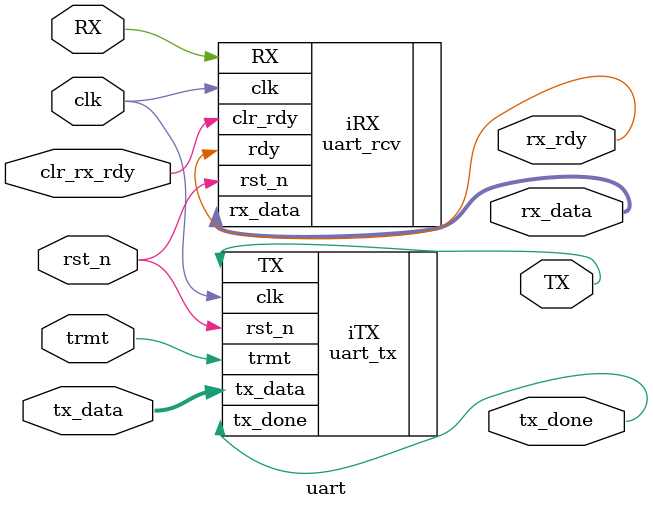
<source format=sv>
module uart(clk, rst_n, trmt, tx_data, tx_done, rx_rdy, clr_rx_rdy, rx_data, TX, RX);

input clk,rst_n;                // clock and active low reset
input trmt;                     // starts a new outgoing transmission
input [7:0] tx_data;            // byte to transmit
input clr_rx_rdy;                  // rdy can be cleared by this or new start bit
input RX;                       // serial data in line
output tx_done;                 // indicates a completed outgoing transmission
output rx_rdy;                  // asserted when byte received
output [7:0] rx_data;           // byte received
output TX;                      // serial data out line

//////////////////////////////
// Instantiate Transmitter //
////////////////////////////
uart_tx iTX(.clk(clk), .rst_n(rst_n), .TX(TX), .trmt(trmt),
        .tx_data(tx_data), .tx_done(tx_done));

///////////////////////////
// Instantiate Receiver //
/////////////////////////
uart_rcv iRX(.clk(clk), .rst_n(rst_n), .RX(RX), .rdy(rx_rdy),
             .clr_rdy(clr_rx_rdy), .rx_data(rx_data));

endmodule

</source>
